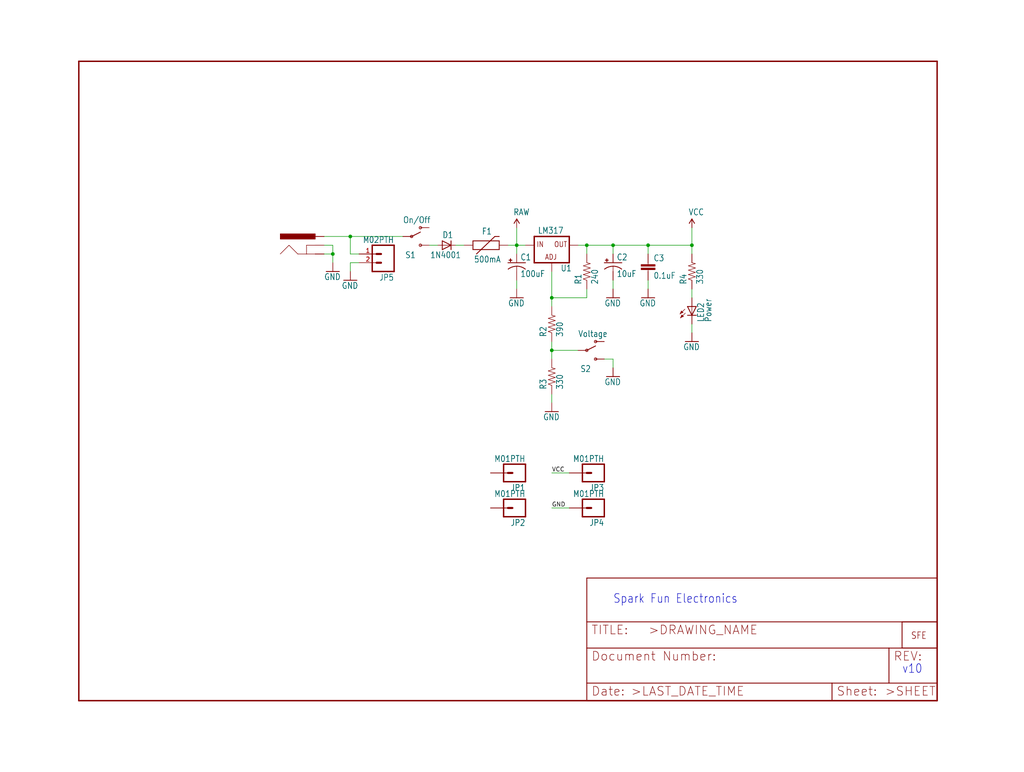
<source format=kicad_sch>
(kicad_sch (version 20211123) (generator eeschema)
  (paper "User" 297.002 223.926)
  (lib_symbols
    (symbol "schematicEagle-eagle-import:CAPPTH2"
      (property "Reference" "C" (at 1.524 2.921 0))
      (property "Value" "CAPPTH2" (at 1.524 -2.159 0))
      (symbol "CAPPTH2_1_0"
        (rectangle (start -2.032 0.508) (end 2.032 1.016) (fill (type outline)))
        (rectangle (start -2.032 1.524) (end 2.032 2.032) (fill (type outline)))
        (polyline (pts (xy 0 0) (xy 0 0.508)) (stroke (width 0.1524)))
        (polyline (pts (xy 0 2.54) (xy 0 2.032)) (stroke (width 0.1524)))
        (pin passive line (at 0 5.08 270) (length 2.54) (name "1") (number "1"))
        (pin passive line (at 0 -2.54 90) (length 2.54) (name "2") (number "2"))
      )
    )
    (symbol "schematicEagle-eagle-import:CAP_POLPTH1"
      (property "Reference" "C" (at 1.016 0.635 0))
      (property "Value" "CAP_POLPTH1" (at 1.016 -4.191 0))
      (symbol "CAP_POLPTH1_1_0"
        (rectangle (start -2.253 0.668) (end -1.364 0.795) (fill (type outline)))
        (rectangle (start -1.872 0.287) (end -1.745 1.176) (fill (type outline)))
        (arc (start 0 -1.0161) (mid -1.3021 -1.2302) (end -2.4669 -1.8504) (stroke (width 0.254)))
        (polyline (pts (xy -2.54 0) (xy 2.54 0)) (stroke (width 0.254)))
        (polyline (pts (xy 0 -1.016) (xy 0 -2.54)) (stroke (width 0.1524)))
        (arc (start 2.4892 -1.8542) (mid 1.3158 -1.2195) (end 0 -1) (stroke (width 0.254)))
        (pin passive line (at 0 2.54 270) (length 2.54) (name "+") (number "1"))
        (pin passive line (at 0 -5.08 90) (length 2.54) (name "-") (number "2"))
      )
    )
    (symbol "schematicEagle-eagle-import:CAP_POLPTH2"
      (property "Reference" "C" (at 1.016 0.635 0))
      (property "Value" "CAP_POLPTH2" (at 1.016 -4.191 0))
      (symbol "CAP_POLPTH2_1_0"
        (rectangle (start -2.253 0.668) (end -1.364 0.795) (fill (type outline)))
        (rectangle (start -1.872 0.287) (end -1.745 1.176) (fill (type outline)))
        (arc (start 0 -1.0161) (mid -1.3021 -1.2302) (end -2.4669 -1.8504) (stroke (width 0.254)))
        (polyline (pts (xy -2.54 0) (xy 2.54 0)) (stroke (width 0.254)))
        (polyline (pts (xy 0 -1.016) (xy 0 -2.54)) (stroke (width 0.1524)))
        (arc (start 2.4892 -1.8542) (mid 1.3158 -1.2195) (end 0 -1) (stroke (width 0.254)))
        (pin passive line (at 0 2.54 270) (length 2.54) (name "+") (number "1"))
        (pin passive line (at 0 -5.08 90) (length 2.54) (name "-") (number "2"))
      )
    )
    (symbol "schematicEagle-eagle-import:DIODEPTH"
      (property "Reference" "D" (at 2.54 0.4826 0))
      (property "Value" "DIODEPTH" (at 2.54 -2.3114 0))
      (symbol "DIODEPTH_1_0"
        (polyline (pts (xy -1.27 -1.27) (xy 1.27 0)) (stroke (width 0.254)))
        (polyline (pts (xy -1.27 1.27) (xy -1.27 -1.27)) (stroke (width 0.254)))
        (polyline (pts (xy 1.27 0) (xy -1.27 1.27)) (stroke (width 0.254)))
        (polyline (pts (xy 1.27 0) (xy 1.27 -1.27)) (stroke (width 0.254)))
        (polyline (pts (xy 1.27 1.27) (xy 1.27 0)) (stroke (width 0.254)))
        (pin passive line (at -2.54 0 0) (length 2.54) (name "A") (number "A"))
        (pin passive line (at 2.54 0 180) (length 2.54) (name "C") (number "C"))
      )
    )
    (symbol "schematicEagle-eagle-import:GND" (power)
      (property "Value" "GND" (at -2.54 -2.54 0))
      (symbol "GND_1_0"
        (polyline (pts (xy -1.905 0) (xy 1.905 0)) (stroke (width 0.254)))
        (pin power_in line (at 0 2.54 270) (length 2.54) (name "GND") (number "1"))
      )
    )
    (symbol "schematicEagle-eagle-import:LED5MM"
      (property "Reference" "LED" (at 3.556 -4.572 90))
      (property "Value" "LED5MM" (at 5.715 -4.572 90))
      (symbol "LED5MM_1_0"
        (polyline (pts (xy -2.032 -0.762) (xy -3.429 -2.159)) (stroke (width 0.1524)))
        (polyline (pts (xy -1.905 -1.905) (xy -3.302 -3.302)) (stroke (width 0.1524)))
        (polyline (pts (xy 0 -2.54) (xy -1.27 -2.54)) (stroke (width 0.254)))
        (polyline (pts (xy 0 -2.54) (xy -1.27 0)) (stroke (width 0.254)))
        (polyline (pts (xy 0 0) (xy -1.27 0)) (stroke (width 0.254)))
        (polyline (pts (xy 0 0) (xy 0 -2.54)) (stroke (width 0.1524)))
        (polyline (pts (xy 1.27 -2.54) (xy 0 -2.54)) (stroke (width 0.254)))
        (polyline (pts (xy 1.27 0) (xy 0 -2.54)) (stroke (width 0.254)))
        (polyline (pts (xy 1.27 0) (xy 0 0)) (stroke (width 0.254)))
        (polyline (pts (xy -3.429 -2.159) (xy -3.048 -1.27) (xy -2.54 -1.778)) (fill (type outline)))
        (polyline (pts (xy -3.302 -3.302) (xy -2.921 -2.413) (xy -2.413 -2.921)) (fill (type outline)))
        (pin passive line (at 0 2.54 270) (length 2.54) (name "A") (number "A"))
        (pin passive line (at 0 -5.08 90) (length 2.54) (name "C") (number "K"))
      )
    )
    (symbol "schematicEagle-eagle-import:LETTER_L"
      (symbol "LETTER_L_1_0"
        (polyline (pts (xy 0 0) (xy 248.92 0)) (stroke (width 0.4064)))
        (polyline (pts (xy 0 185.42) (xy 0 0)) (stroke (width 0.4064)))
        (polyline (pts (xy 0 185.42) (xy 248.92 185.42)) (stroke (width 0.4064)))
        (polyline (pts (xy 248.92 185.42) (xy 248.92 0)) (stroke (width 0.4064)))
      )
      (symbol "LETTER_L_2_0"
        (polyline (pts (xy 0 0) (xy 0 5.08)) (stroke (width 0.254)))
        (polyline (pts (xy 0 0) (xy 71.12 0)) (stroke (width 0.254)))
        (polyline (pts (xy 0 5.08) (xy 0 15.24)) (stroke (width 0.254)))
        (polyline (pts (xy 0 5.08) (xy 71.12 5.08)) (stroke (width 0.254)))
        (polyline (pts (xy 0 15.24) (xy 0 22.86)) (stroke (width 0.254)))
        (polyline (pts (xy 0 22.86) (xy 0 35.56)) (stroke (width 0.254)))
        (polyline (pts (xy 0 22.86) (xy 101.6 22.86)) (stroke (width 0.254)))
        (polyline (pts (xy 71.12 0) (xy 101.6 0)) (stroke (width 0.254)))
        (polyline (pts (xy 71.12 5.08) (xy 71.12 0)) (stroke (width 0.254)))
        (polyline (pts (xy 71.12 5.08) (xy 87.63 5.08)) (stroke (width 0.254)))
        (polyline (pts (xy 87.63 5.08) (xy 101.6 5.08)) (stroke (width 0.254)))
        (polyline (pts (xy 87.63 15.24) (xy 0 15.24)) (stroke (width 0.254)))
        (polyline (pts (xy 87.63 15.24) (xy 87.63 5.08)) (stroke (width 0.254)))
        (polyline (pts (xy 101.6 5.08) (xy 101.6 0)) (stroke (width 0.254)))
        (polyline (pts (xy 101.6 15.24) (xy 87.63 15.24)) (stroke (width 0.254)))
        (polyline (pts (xy 101.6 15.24) (xy 101.6 5.08)) (stroke (width 0.254)))
        (polyline (pts (xy 101.6 22.86) (xy 101.6 15.24)) (stroke (width 0.254)))
        (polyline (pts (xy 101.6 35.56) (xy 0 35.56)) (stroke (width 0.254)))
        (polyline (pts (xy 101.6 35.56) (xy 101.6 22.86)) (stroke (width 0.254)))
        (text ">DRAWING_NAME" (at 17.78 19.05 0) (effects (font (size 2.54 2.54)) (justify left bottom)))
        (text ">LAST_DATE_TIME" (at 12.7 1.27 0) (effects (font (size 2.54 2.54)) (justify left bottom)))
        (text ">SHEET" (at 86.36 1.27 0) (effects (font (size 2.54 2.54)) (justify left bottom)))
        (text "Date:" (at 1.27 1.27 0) (effects (font (size 2.54 2.54)) (justify left bottom)))
        (text "Document Number:" (at 1.27 11.43 0) (effects (font (size 2.54 2.54)) (justify left bottom)))
        (text "REV:" (at 88.9 11.43 0) (effects (font (size 2.54 2.54)) (justify left bottom)))
        (text "Sheet:" (at 72.39 1.27 0) (effects (font (size 2.54 2.54)) (justify left bottom)))
        (text "TITLE:" (at 1.27 19.05 0) (effects (font (size 2.54 2.54)) (justify left bottom)))
      )
    )
    (symbol "schematicEagle-eagle-import:LOGO-SFESK"
      (symbol "LOGO-SFESK_1_0"
        (polyline (pts (xy -2.54 -2.54) (xy 7.62 -2.54)) (stroke (width 0.254)))
        (polyline (pts (xy -2.54 5.08) (xy -2.54 -2.54)) (stroke (width 0.254)))
        (polyline (pts (xy 7.62 -2.54) (xy 7.62 5.08)) (stroke (width 0.254)))
        (polyline (pts (xy 7.62 5.08) (xy -2.54 5.08)) (stroke (width 0.254)))
        (text "SFE" (at 0 0 0) (effects (font (size 1.9304 1.6408)) (justify left bottom)))
      )
    )
    (symbol "schematicEagle-eagle-import:M01PTH"
      (property "Reference" "JP" (at -2.54 3.302 0))
      (property "Value" "M01PTH" (at -2.54 -5.08 0))
      (symbol "M01PTH_1_0"
        (polyline (pts (xy -2.54 2.54) (xy -2.54 -2.54)) (stroke (width 0.4064)))
        (polyline (pts (xy -2.54 2.54) (xy 3.81 2.54)) (stroke (width 0.4064)))
        (polyline (pts (xy 1.27 0) (xy 2.54 0)) (stroke (width 0.6096)))
        (polyline (pts (xy 3.81 -2.54) (xy -2.54 -2.54)) (stroke (width 0.4064)))
        (polyline (pts (xy 3.81 -2.54) (xy 3.81 2.54)) (stroke (width 0.4064)))
        (pin passive line (at 7.62 0 180) (length 5.08) (name "1") (number "1"))
      )
    )
    (symbol "schematicEagle-eagle-import:M02PTH"
      (property "Reference" "JP" (at -2.54 5.842 0))
      (property "Value" "M02PTH" (at -2.54 -5.08 0))
      (symbol "M02PTH_1_0"
        (polyline (pts (xy -2.54 5.08) (xy -2.54 -2.54)) (stroke (width 0.4064)))
        (polyline (pts (xy -2.54 5.08) (xy 3.81 5.08)) (stroke (width 0.4064)))
        (polyline (pts (xy 1.27 0) (xy 2.54 0)) (stroke (width 0.6096)))
        (polyline (pts (xy 1.27 2.54) (xy 2.54 2.54)) (stroke (width 0.6096)))
        (polyline (pts (xy 3.81 -2.54) (xy -2.54 -2.54)) (stroke (width 0.4064)))
        (polyline (pts (xy 3.81 -2.54) (xy 3.81 5.08)) (stroke (width 0.4064)))
        (pin passive line (at 7.62 0 180) (length 5.08) (name "1") (number "1"))
        (pin passive line (at 7.62 2.54 180) (length 5.08) (name "2") (number "2"))
      )
    )
    (symbol "schematicEagle-eagle-import:POWER_JACKPTH"
      (symbol "POWER_JACKPTH_1_0"
        (rectangle (start -10.16 6.858) (end 0 8.382) (fill (type outline)))
        (polyline (pts (xy -10.16 2.54) (xy -7.62 5.08)) (stroke (width 0.1524)))
        (polyline (pts (xy -7.62 5.08) (xy -5.08 2.54)) (stroke (width 0.1524)))
        (polyline (pts (xy -5.08 2.54) (xy -2.54 2.54)) (stroke (width 0.1524)))
        (polyline (pts (xy -2.54 2.54) (xy -2.54 5.08)) (stroke (width 0.1524)))
        (polyline (pts (xy -2.54 2.54) (xy 0 2.54)) (stroke (width 0.1524)))
        (polyline (pts (xy -2.54 5.08) (xy 0 5.08)) (stroke (width 0.1524)))
        (pin bidirectional line (at 2.54 2.54 180) (length 2.54) (name "GND") (number "GND"))
        (pin bidirectional line (at 2.54 5.08 180) (length 2.54) (name "GNDBREAK") (number "GNDBREAK"))
        (pin bidirectional line (at 2.54 7.62 180) (length 2.54) (name "PWR") (number "PWR"))
      )
    )
    (symbol "schematicEagle-eagle-import:PTCPTH"
      (property "Reference" "F" (at -2.54 3.048 0))
      (property "Value" "PTCPTH" (at -3.302 -5.08 0))
      (symbol "PTCPTH_1_0"
        (polyline (pts (xy -2.54 -1.27) (xy -2.54 1.27)) (stroke (width 0.254)))
        (polyline (pts (xy -2.54 1.27) (xy 5.08 1.27)) (stroke (width 0.254)))
        (polyline (pts (xy -1.524 -2.54) (xy 3.81 2.54)) (stroke (width 0.254)))
        (polyline (pts (xy 3.81 2.54) (xy 5.08 2.54)) (stroke (width 0.254)))
        (polyline (pts (xy 5.08 -1.27) (xy -2.54 -1.27)) (stroke (width 0.254)))
        (polyline (pts (xy 5.08 1.27) (xy 5.08 -1.27)) (stroke (width 0.254)))
        (pin bidirectional line (at -5.08 0 0) (length 2.54) (name "1") (number "P$1"))
        (pin bidirectional line (at 7.62 0 180) (length 2.54) (name "2") (number "P$2"))
      )
    )
    (symbol "schematicEagle-eagle-import:RESISTORPTH1"
      (property "Reference" "R" (at -3.81 1.4986 0))
      (property "Value" "RESISTORPTH1" (at -3.81 -3.302 0))
      (symbol "RESISTORPTH1_1_0"
        (polyline (pts (xy -2.54 0) (xy -2.159 1.016)) (stroke (width 0.1524)))
        (polyline (pts (xy -2.159 1.016) (xy -1.524 -1.016)) (stroke (width 0.1524)))
        (polyline (pts (xy -1.524 -1.016) (xy -0.889 1.016)) (stroke (width 0.1524)))
        (polyline (pts (xy -0.889 1.016) (xy -0.254 -1.016)) (stroke (width 0.1524)))
        (polyline (pts (xy -0.254 -1.016) (xy 0.381 1.016)) (stroke (width 0.1524)))
        (polyline (pts (xy 0.381 1.016) (xy 1.016 -1.016)) (stroke (width 0.1524)))
        (polyline (pts (xy 1.016 -1.016) (xy 1.651 1.016)) (stroke (width 0.1524)))
        (polyline (pts (xy 1.651 1.016) (xy 2.286 -1.016)) (stroke (width 0.1524)))
        (polyline (pts (xy 2.286 -1.016) (xy 2.54 0)) (stroke (width 0.1524)))
        (pin passive line (at -5.08 0 0) (length 2.54) (name "1") (number "P$1"))
        (pin passive line (at 5.08 0 180) (length 2.54) (name "2") (number "P$2"))
      )
    )
    (symbol "schematicEagle-eagle-import:SWITCH-SPSTPTH"
      (property "Reference" "S" (at -1.905 -6.35 0))
      (property "Value" "SWITCH-SPSTPTH" (at -2.54 3.81 0))
      (symbol "SWITCH-SPSTPTH_1_0"
        (polyline (pts (xy 0 0) (xy 2.54 1.27)) (stroke (width 0.254)))
        (polyline (pts (xy 2.54 -2.54) (xy 3.175 -2.54)) (stroke (width 0.127)))
        (polyline (pts (xy 2.54 2.54) (xy 3.175 2.54)) (stroke (width 0.1524)))
        (circle (center 0 0) (radius 0.3592) (stroke (width 0.2032)))
        (circle (center 2.54 -2.54) (radius 0.3592) (stroke (width 0.2032)))
        (circle (center 2.54 2.54) (radius 0.3592) (stroke (width 0.2032)))
        (pin passive line (at 5.08 2.54 180) (length 2.54) (name "O") (number "1"))
        (pin passive line (at -2.54 0 0) (length 2.54) (name "P") (number "2"))
        (pin passive line (at 5.08 -2.54 180) (length 2.54) (name "S") (number "3"))
      )
    )
    (symbol "schematicEagle-eagle-import:VCC" (power)
      (property "Value" "VCC" (at -1.016 3.556 0))
      (symbol "VCC_1_0"
        (polyline (pts (xy 0 2.54) (xy -0.762 1.27)) (stroke (width 0.254)))
        (polyline (pts (xy 0.762 1.27) (xy 0 2.54)) (stroke (width 0.254)))
        (pin power_in line (at 0 0 90) (length 2.54) (name "VCC") (number "1"))
      )
    )
    (symbol "schematicEagle-eagle-import:V_REG_317SINK"
      (property "Value" "V_REG_317SINK" (at 2.54 -10.16 0))
      (symbol "V_REG_317SINK_1_0"
        (polyline (pts (xy -5.08 -5.08) (xy 5.08 -5.08)) (stroke (width 0.4064)))
        (polyline (pts (xy -5.08 2.54) (xy -5.08 -5.08)) (stroke (width 0.4064)))
        (polyline (pts (xy 5.08 -5.08) (xy 5.08 2.54)) (stroke (width 0.4064)))
        (polyline (pts (xy 5.08 2.54) (xy -5.08 2.54)) (stroke (width 0.4064)))
        (text "ADJ" (at -2.032 -4.318 0) (effects (font (size 1.524 1.2954)) (justify left bottom)))
        (text "IN" (at -4.445 -0.635 0) (effects (font (size 1.524 1.2954)) (justify left bottom)))
        (text "OUT" (at 0.635 -0.635 0) (effects (font (size 1.524 1.2954)) (justify left bottom)))
        (pin input line (at 0 -7.62 90) (length 2.54) (name "ADJ") (number "ADJ"))
        (pin input line (at -7.62 0 0) (length 2.54) (name "IN") (number "IN"))
        (pin output line (at 7.62 0 180) (length 2.54) (name "OUT") (number "OUT"))
      )
    )
  )
  (junction (at 187.96 71.12))
  (junction (at 101.6 68.58))
  (junction (at 170.18 71.12))
  (junction (at 160.02 86.36))
  (junction (at 96.52 73.66))
  (junction (at 160.02 101.6))
  (junction (at 177.8 71.12))
  (junction (at 149.86 71.12))
  (junction (at 200.66 71.12))
  (wire (pts (xy 160.02 86.36) (xy 160.02 78.74)))
  (wire (pts (xy 170.18 86.36) (xy 160.02 86.36)))
  (wire (pts (xy 147.32 71.12) (xy 149.86 71.12)))
  (wire (pts (xy 170.18 83.82) (xy 170.18 86.36)))
  (wire (pts (xy 177.8 73.66) (xy 177.8 71.12)))
  (wire (pts (xy 200.66 73.66) (xy 200.66 71.12)))
  (wire (pts (xy 187.96 83.82) (xy 187.96 81.28)))
  (wire (pts (xy 96.52 71.12) (xy 96.52 73.66)))
  (wire (pts (xy 93.98 68.58) (xy 101.6 68.58)))
  (wire (pts (xy 170.18 73.66) (xy 170.18 71.12)))
  (wire (pts (xy 149.86 83.82) (xy 149.86 81.28)))
  (wire (pts (xy 104.14 76.2) (xy 101.6 76.2)))
  (wire (pts (xy 104.14 73.66) (xy 101.6 73.66)))
  (wire (pts (xy 101.6 73.66) (xy 101.6 68.58)))
  (wire (pts (xy 177.8 104.14) (xy 177.8 106.68)))
  (wire (pts (xy 132.08 71.12) (xy 134.62 71.12)))
  (wire (pts (xy 175.26 104.14) (xy 177.8 104.14)))
  (wire (pts (xy 124.46 71.12) (xy 127 71.12)))
  (wire (pts (xy 187.96 71.12) (xy 200.66 71.12)))
  (wire (pts (xy 167.64 71.12) (xy 170.18 71.12)))
  (wire (pts (xy 101.6 68.58) (xy 116.84 68.58)))
  (wire (pts (xy 160.02 114.3) (xy 160.02 116.84)))
  (wire (pts (xy 167.64 101.6) (xy 160.02 101.6)))
  (wire (pts (xy 149.86 73.66) (xy 149.86 71.12)))
  (wire (pts (xy 200.66 86.36) (xy 200.66 83.82)))
  (wire (pts (xy 187.96 73.66) (xy 187.96 71.12)))
  (wire (pts (xy 96.52 73.66) (xy 93.98 73.66)))
  (wire (pts (xy 160.02 101.6) (xy 160.02 104.14)))
  (wire (pts (xy 160.02 88.9) (xy 160.02 86.36)))
  (wire (pts (xy 200.66 71.12) (xy 200.66 66.04)))
  (wire (pts (xy 200.66 96.52) (xy 200.66 93.98)))
  (wire (pts (xy 149.86 71.12) (xy 149.86 66.04)))
  (wire (pts (xy 101.6 76.2) (xy 101.6 78.74)))
  (wire (pts (xy 165.1 137.16) (xy 160.02 137.16)))
  (wire (pts (xy 160.02 99.06) (xy 160.02 101.6)))
  (wire (pts (xy 170.18 71.12) (xy 177.8 71.12)))
  (wire (pts (xy 177.8 83.82) (xy 177.8 81.28)))
  (wire (pts (xy 96.52 76.2) (xy 96.52 73.66)))
  (wire (pts (xy 177.8 71.12) (xy 187.96 71.12)))
  (wire (pts (xy 149.86 71.12) (xy 152.4 71.12)))
  (wire (pts (xy 93.98 71.12) (xy 96.52 71.12)))
  (wire (pts (xy 165.1 147.32) (xy 160.02 147.32)))
  (text "Spark Fun Electronics" (at 177.8 175.26 180) (effects (font (size 2.54 2.159)) (justify left bottom)))
  (text "v10" (at 261.62 195.58 180) (effects (font (size 2.54 2.159)) (justify left bottom)))
  (label "VCC" (at 160.02 137.16 0) (effects (font (size 1.2446 1.2446))))
  (label "GND" (at 160.02 147.32 0) (effects (font (size 1.2446 1.2446))))
  (symbol (lib_id "schematicEagle-eagle-import:RESISTORPTH1") (at 160.02 93.98 90) (unit 1)
    (property "Reference" "R2" (at 158.5214 97.79 0) (effects (font (size 1.778 1.5113)) (justify left bottom)))
    (property "Value" "390" (at 163.322 97.79 0) (effects (font (size 1.778 1.5113)) (justify left bottom)))
    (property "Footprint" "schematicEagle:AXIAL-0.3" (effects hide))
  )
  (symbol (lib_id "schematicEagle-eagle-import:CAP_POLPTH2") (at 177.8 76.2 0) (unit 1)
    (property "Reference" "C2" (at 178.816 75.565 0) (effects (font (size 1.778 1.5113)) (justify left bottom)))
    (property "Value" "10uF" (at 178.816 80.391 0) (effects (font (size 1.778 1.5113)) (justify left bottom)))
    (property "Footprint" "schematicEagle:CPOL-RADIAL-10UF-25V" (effects hide))
  )
  (symbol (lib_id "schematicEagle-eagle-import:GND") (at 200.66 99.06 0) (unit 1)
    (property "Reference" "#GND3" (effects hide))
    (property "Value" "GND" (at 198.12 101.6 0) (effects (font (size 1.778 1.5113)) (justify left bottom)))
    (property "Footprint" "schematicEagle:" (effects hide))
  )
  (symbol (lib_id "schematicEagle-eagle-import:CAPPTH2") (at 187.96 78.74 0) (unit 1)
    (property "Reference" "C3" (at 189.484 75.819 0) (effects (font (size 1.778 1.5113)) (justify left bottom)))
    (property "Value" "0.1uF" (at 189.484 80.899 0) (effects (font (size 1.778 1.5113)) (justify left bottom)))
    (property "Footprint" "schematicEagle:CAP-PTH-SMALL2" (effects hide))
  )
  (symbol (lib_id "schematicEagle-eagle-import:V_REG_317SINK") (at 160.02 71.12 0) (unit 1)
    (property "Reference" "U1" (at 162.56 78.74 0) (effects (font (size 1.778 1.5113)) (justify left bottom)))
    (property "Value" "LM317" (at 155.956 67.818 0) (effects (font (size 1.778 1.5113)) (justify left bottom)))
    (property "Footprint" "schematicEagle:TO220-ADJ" (effects hide))
  )
  (symbol (lib_id "schematicEagle-eagle-import:POWER_JACKPTH") (at 91.44 76.2 0) (unit 1)
    (property "Reference" "J1" (effects hide))
    (property "Value" "POWER_JACKPTH" (effects hide))
    (property "Footprint" "schematicEagle:POWER_JACK_PTH" (effects hide))
  )
  (symbol (lib_id "schematicEagle-eagle-import:VCC") (at 149.86 66.04 0) (unit 1)
    (property "Reference" "#RAW0" (effects hide))
    (property "Value" "RAW" (at 148.844 62.484 0) (effects (font (size 1.778 1.5113)) (justify left bottom)))
    (property "Footprint" "schematicEagle:" (effects hide))
  )
  (symbol (lib_id "schematicEagle-eagle-import:M02PTH") (at 111.76 73.66 180) (unit 1)
    (property "Reference" "JP5" (at 114.3 79.502 0) (effects (font (size 1.778 1.5113)) (justify left bottom)))
    (property "Value" "M02PTH" (at 114.3 68.58 0) (effects (font (size 1.778 1.5113)) (justify left bottom)))
    (property "Footprint" "schematicEagle:1X02" (effects hide))
  )
  (symbol (lib_id "schematicEagle-eagle-import:LETTER_L") (at 22.86 203.2 0) (unit 1)
    (property "Reference" "#FRAME1" (effects hide))
    (property "Value" "LETTER_L" (effects hide))
    (property "Footprint" "schematicEagle:" (effects hide))
  )
  (symbol (lib_id "schematicEagle-eagle-import:M01PTH") (at 149.86 147.32 180) (unit 1)
    (property "Reference" "JP2" (at 152.4 150.622 0) (effects (font (size 1.778 1.5113)) (justify left bottom)))
    (property "Value" "M01PTH" (at 152.4 142.24 0) (effects (font (size 1.778 1.5113)) (justify left bottom)))
    (property "Footprint" "schematicEagle:1X01" (effects hide))
  )
  (symbol (lib_id "schematicEagle-eagle-import:GND") (at 177.8 86.36 0) (unit 1)
    (property "Reference" "#GND1" (effects hide))
    (property "Value" "GND" (at 175.26 88.9 0) (effects (font (size 1.778 1.5113)) (justify left bottom)))
    (property "Footprint" "schematicEagle:" (effects hide))
  )
  (symbol (lib_id "schematicEagle-eagle-import:M01PTH") (at 172.72 137.16 180) (unit 1)
    (property "Reference" "JP3" (at 175.26 140.462 0) (effects (font (size 1.778 1.5113)) (justify left bottom)))
    (property "Value" "M01PTH" (at 175.26 132.08 0) (effects (font (size 1.778 1.5113)) (justify left bottom)))
    (property "Footprint" "schematicEagle:1X01" (effects hide))
  )
  (symbol (lib_id "schematicEagle-eagle-import:PTCPTH") (at 139.7 71.12 0) (unit 1)
    (property "Reference" "F1" (at 139.7 68.072 0) (effects (font (size 1.778 1.5113)) (justify left bottom)))
    (property "Value" "500mA" (at 137.414 76.2 0) (effects (font (size 1.778 1.5113)) (justify left bottom)))
    (property "Footprint" "schematicEagle:PTC" (effects hide))
  )
  (symbol (lib_id "schematicEagle-eagle-import:SWITCH-SPSTPTH") (at 119.38 68.58 0) (unit 1)
    (property "Reference" "S1" (at 117.475 74.93 0) (effects (font (size 1.778 1.5113)) (justify left bottom)))
    (property "Value" "On/Off" (at 116.84 64.77 0) (effects (font (size 1.778 1.5113)) (justify left bottom)))
    (property "Footprint" "schematicEagle:SWITCH-SPST" (effects hide))
  )
  (symbol (lib_id "schematicEagle-eagle-import:GND") (at 160.02 119.38 0) (unit 1)
    (property "Reference" "#GND4" (effects hide))
    (property "Value" "GND" (at 157.48 121.92 0) (effects (font (size 1.778 1.5113)) (justify left bottom)))
    (property "Footprint" "schematicEagle:" (effects hide))
  )
  (symbol (lib_id "schematicEagle-eagle-import:LOGO-SFESK") (at 264.16 185.42 0) (unit 1)
    (property "Reference" "U$1" (effects hide))
    (property "Value" "LOGO-SFESK" (effects hide))
    (property "Footprint" "schematicEagle:SFE-LOGO-FLAME" (effects hide))
  )
  (symbol (lib_id "schematicEagle-eagle-import:RESISTORPTH1") (at 200.66 78.74 90) (unit 1)
    (property "Reference" "R4" (at 199.1614 82.55 0) (effects (font (size 1.778 1.5113)) (justify left bottom)))
    (property "Value" "330" (at 203.962 82.55 0) (effects (font (size 1.778 1.5113)) (justify left bottom)))
    (property "Footprint" "schematicEagle:AXIAL-0.3" (effects hide))
  )
  (symbol (lib_id "schematicEagle-eagle-import:GND") (at 101.6 81.28 0) (unit 1)
    (property "Reference" "#GND7" (effects hide))
    (property "Value" "GND" (at 99.06 83.82 0) (effects (font (size 1.778 1.5113)) (justify left bottom)))
    (property "Footprint" "schematicEagle:" (effects hide))
  )
  (symbol (lib_id "schematicEagle-eagle-import:VCC") (at 200.66 66.04 0) (unit 1)
    (property "Reference" "#P+3" (effects hide))
    (property "Value" "VCC" (at 199.644 62.484 0) (effects (font (size 1.778 1.5113)) (justify left bottom)))
    (property "Footprint" "schematicEagle:" (effects hide))
  )
  (symbol (lib_id "schematicEagle-eagle-import:LED5MM") (at 200.66 88.9 0) (unit 1)
    (property "Reference" "LED2" (at 204.216 93.472 90) (effects (font (size 1.778 1.5113)) (justify left bottom)))
    (property "Value" "Power" (at 206.375 93.472 90) (effects (font (size 1.778 1.5113)) (justify left bottom)))
    (property "Footprint" "schematicEagle:LED5MM" (effects hide))
  )
  (symbol (lib_id "schematicEagle-eagle-import:M01PTH") (at 172.72 147.32 180) (unit 1)
    (property "Reference" "JP4" (at 175.26 150.622 0) (effects (font (size 1.778 1.5113)) (justify left bottom)))
    (property "Value" "M01PTH" (at 175.26 142.24 0) (effects (font (size 1.778 1.5113)) (justify left bottom)))
    (property "Footprint" "schematicEagle:1X01" (effects hide))
  )
  (symbol (lib_id "schematicEagle-eagle-import:GND") (at 96.52 78.74 0) (unit 1)
    (property "Reference" "#GND6" (effects hide))
    (property "Value" "GND" (at 93.98 81.28 0) (effects (font (size 1.778 1.5113)) (justify left bottom)))
    (property "Footprint" "schematicEagle:" (effects hide))
  )
  (symbol (lib_id "schematicEagle-eagle-import:RESISTORPTH1") (at 160.02 109.22 90) (unit 1)
    (property "Reference" "R3" (at 158.5214 113.03 0) (effects (font (size 1.778 1.5113)) (justify left bottom)))
    (property "Value" "330" (at 163.322 113.03 0) (effects (font (size 1.778 1.5113)) (justify left bottom)))
    (property "Footprint" "schematicEagle:AXIAL-0.3" (effects hide))
  )
  (symbol (lib_id "schematicEagle-eagle-import:RESISTORPTH1") (at 170.18 78.74 90) (unit 1)
    (property "Reference" "R1" (at 168.6814 82.55 0) (effects (font (size 1.778 1.5113)) (justify left bottom)))
    (property "Value" "240" (at 173.482 82.55 0) (effects (font (size 1.778 1.5113)) (justify left bottom)))
    (property "Footprint" "schematicEagle:AXIAL-0.3" (effects hide))
  )
  (symbol (lib_id "schematicEagle-eagle-import:GND") (at 149.86 86.36 0) (unit 1)
    (property "Reference" "#GND5" (effects hide))
    (property "Value" "GND" (at 147.32 88.9 0) (effects (font (size 1.778 1.5113)) (justify left bottom)))
    (property "Footprint" "schematicEagle:" (effects hide))
  )
  (symbol (lib_id "schematicEagle-eagle-import:SWITCH-SPSTPTH") (at 170.18 101.6 0) (unit 1)
    (property "Reference" "S2" (at 168.275 107.95 0) (effects (font (size 1.778 1.5113)) (justify left bottom)))
    (property "Value" "Voltage" (at 167.64 97.79 0) (effects (font (size 1.778 1.5113)) (justify left bottom)))
    (property "Footprint" "schematicEagle:SWITCH-SPST" (effects hide))
  )
  (symbol (lib_id "schematicEagle-eagle-import:CAP_POLPTH1") (at 149.86 76.2 0) (unit 1)
    (property "Reference" "C1" (at 150.876 75.565 0) (effects (font (size 1.778 1.5113)) (justify left bottom)))
    (property "Value" "100uF" (at 150.876 80.391 0) (effects (font (size 1.778 1.5113)) (justify left bottom)))
    (property "Footprint" "schematicEagle:CPOL-RADIAL-100UF-25V" (effects hide))
  )
  (symbol (lib_id "schematicEagle-eagle-import:DIODEPTH") (at 129.54 71.12 0) (unit 1)
    (property "Reference" "D1" (at 128.27 69.1134 0) (effects (font (size 1.778 1.5113)) (justify left bottom)))
    (property "Value" "1N4001" (at 124.714 74.93 0) (effects (font (size 1.778 1.5113)) (justify left bottom)))
    (property "Footprint" "schematicEagle:DIODE-0.4" (effects hide))
  )
  (symbol (lib_id "schematicEagle-eagle-import:GND") (at 177.8 109.22 0) (unit 1)
    (property "Reference" "#GND8" (effects hide))
    (property "Value" "GND" (at 175.26 111.76 0) (effects (font (size 1.778 1.5113)) (justify left bottom)))
    (property "Footprint" "schematicEagle:" (effects hide))
  )
  (symbol (lib_id "schematicEagle-eagle-import:GND") (at 187.96 86.36 0) (unit 1)
    (property "Reference" "#GND2" (effects hide))
    (property "Value" "GND" (at 185.42 88.9 0) (effects (font (size 1.778 1.5113)) (justify left bottom)))
    (property "Footprint" "schematicEagle:" (effects hide))
  )
  (symbol (lib_id "schematicEagle-eagle-import:LETTER_L") (at 170.18 203.2 0) (unit 2)
    (property "Reference" "#FRAME1" (effects hide))
    (property "Value" "LETTER_L" (effects hide))
    (property "Footprint" "schematicEagle:" (effects hide))
  )
  (symbol (lib_id "schematicEagle-eagle-import:M01PTH") (at 149.86 137.16 180) (unit 1)
    (property "Reference" "JP1" (at 152.4 140.462 0) (effects (font (size 1.778 1.5113)) (justify left bottom)))
    (property "Value" "M01PTH" (at 152.4 132.08 0) (effects (font (size 1.778 1.5113)) (justify left bottom)))
    (property "Footprint" "schematicEagle:1X01" (effects hide))
  )
)
</source>
